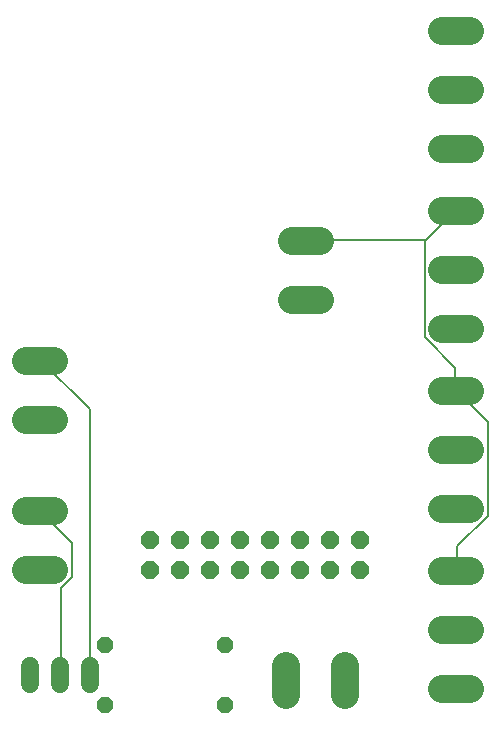
<source format=gbl>
G75*
%MOIN*%
%OFA0B0*%
%FSLAX25Y25*%
%IPPOS*%
%LPD*%
%AMOC8*
5,1,8,0,0,1.08239X$1,22.5*
%
%ADD10C,0.09370*%
%ADD11OC8,0.06000*%
%ADD12C,0.06000*%
%ADD13OC8,0.05200*%
%ADD14C,0.00600*%
D10*
X0017213Y0059357D02*
X0026583Y0059357D01*
X0026583Y0079043D02*
X0017213Y0079043D01*
X0017213Y0109357D02*
X0026583Y0109357D01*
X0026583Y0129043D02*
X0017213Y0129043D01*
X0103827Y0027113D02*
X0103827Y0017743D01*
X0123512Y0017743D02*
X0123512Y0027113D01*
X0155756Y0019515D02*
X0165126Y0019515D01*
X0165126Y0039200D02*
X0155756Y0039200D01*
X0155756Y0058885D02*
X0165126Y0058885D01*
X0165126Y0079515D02*
X0155756Y0079515D01*
X0155756Y0099200D02*
X0165126Y0099200D01*
X0165126Y0118885D02*
X0155756Y0118885D01*
X0155756Y0139515D02*
X0165126Y0139515D01*
X0165126Y0159200D02*
X0155756Y0159200D01*
X0155756Y0178885D02*
X0165126Y0178885D01*
X0165126Y0199515D02*
X0155756Y0199515D01*
X0155756Y0219200D02*
X0165126Y0219200D01*
X0165126Y0238885D02*
X0155756Y0238885D01*
X0115126Y0169043D02*
X0105756Y0169043D01*
X0105756Y0149357D02*
X0115126Y0149357D01*
D11*
X0118669Y0069200D03*
X0118669Y0059200D03*
X0128669Y0059200D03*
X0128669Y0069200D03*
X0108669Y0069200D03*
X0108669Y0059200D03*
X0098669Y0059200D03*
X0098669Y0069200D03*
X0088669Y0069200D03*
X0088669Y0059200D03*
X0078669Y0059200D03*
X0078669Y0069200D03*
X0068669Y0069200D03*
X0068669Y0059200D03*
X0058669Y0059200D03*
X0058669Y0069200D03*
D12*
X0018669Y0027200D02*
X0018669Y0021200D01*
X0028669Y0021200D02*
X0028669Y0027200D01*
X0038669Y0027200D02*
X0038669Y0021200D01*
D13*
X0043669Y0014200D03*
X0043669Y0034200D03*
X0083669Y0034200D03*
X0083669Y0014200D03*
D14*
X0099069Y0069000D02*
X0098669Y0069200D01*
X0160269Y0126600D02*
X0150069Y0136800D01*
X0150069Y0169200D01*
X0110469Y0169200D01*
X0110441Y0169043D01*
X0150069Y0169200D02*
X0150669Y0169200D01*
X0160269Y0178800D01*
X0160441Y0178885D01*
X0160269Y0126600D02*
X0160269Y0119400D01*
X0160441Y0118885D01*
X0160869Y0118800D01*
X0171069Y0108600D01*
X0171069Y0077400D01*
X0160869Y0067200D01*
X0160869Y0059400D01*
X0160441Y0058885D01*
X0038669Y0024200D02*
X0038469Y0024600D01*
X0038469Y0112800D01*
X0022269Y0129000D01*
X0021898Y0129043D01*
X0021898Y0079043D02*
X0022269Y0078600D01*
X0032469Y0068400D01*
X0032469Y0057000D01*
X0028869Y0053400D01*
X0028869Y0024600D01*
X0028669Y0024200D01*
M02*

</source>
